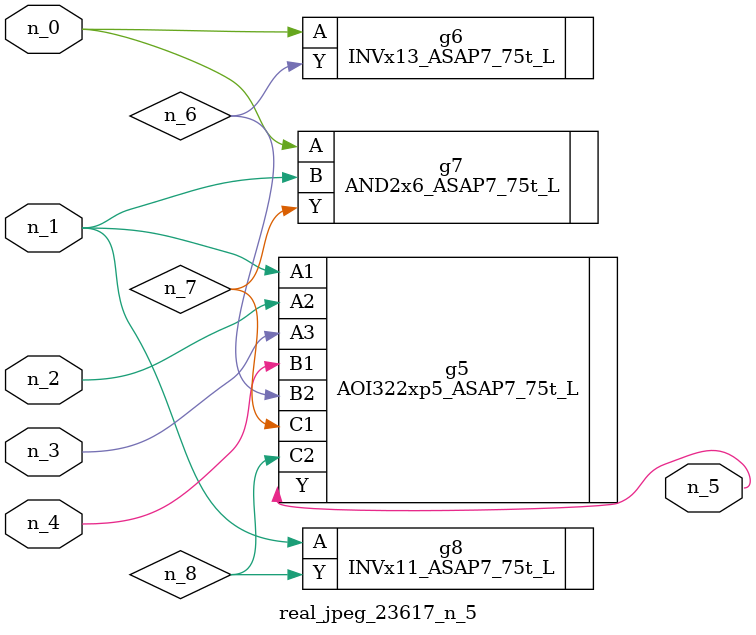
<source format=v>
module real_jpeg_23617_n_5 (n_4, n_0, n_1, n_2, n_3, n_5);

input n_4;
input n_0;
input n_1;
input n_2;
input n_3;

output n_5;

wire n_8;
wire n_6;
wire n_7;

INVx13_ASAP7_75t_L g6 ( 
.A(n_0),
.Y(n_6)
);

AND2x6_ASAP7_75t_L g7 ( 
.A(n_0),
.B(n_1),
.Y(n_7)
);

AOI322xp5_ASAP7_75t_L g5 ( 
.A1(n_1),
.A2(n_2),
.A3(n_3),
.B1(n_4),
.B2(n_6),
.C1(n_7),
.C2(n_8),
.Y(n_5)
);

INVx11_ASAP7_75t_L g8 ( 
.A(n_1),
.Y(n_8)
);


endmodule
</source>
